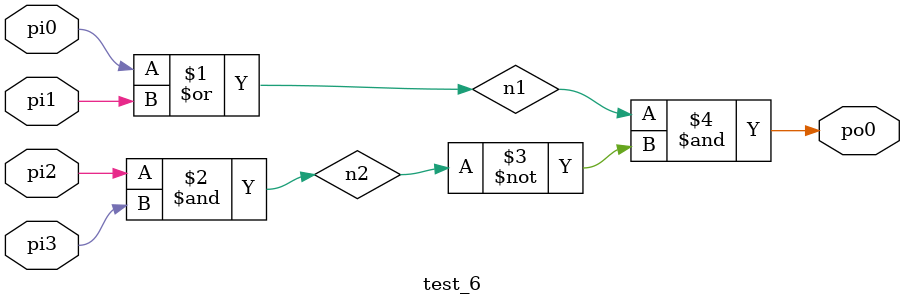
<source format=v>
module test_6 (
	pi0, pi1, pi2, pi3,
	po0);
  	input pi0, pi1, pi2, pi3;
  	output po0;
  	wire n1, n2;
	assign n1 = pi0 | pi1;
	assign n2 = pi2 & pi3;
	assign po0 = n1 & ~n2;
endmodule

// Y4(1, i1, i2, 1, 1, 1, i3, 0, 0, 0, i4, 0, 0, 0, 0)

</source>
